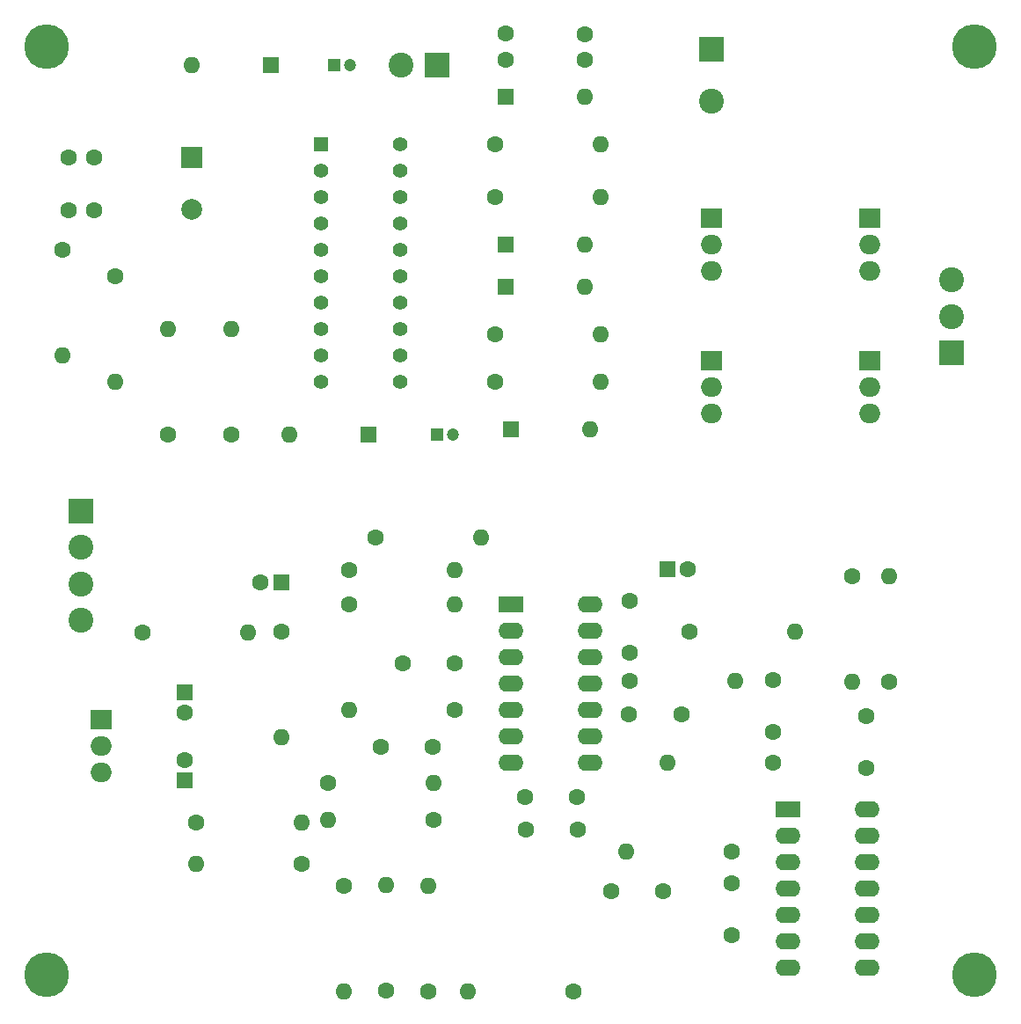
<source format=gbs>
G04 #@! TF.GenerationSoftware,KiCad,Pcbnew,(5.1.10-1-10_14)*
G04 #@! TF.CreationDate,2021-09-13T20:56:39+12:00*
G04 #@! TF.ProjectId,joint_pcb,6a6f696e-745f-4706-9362-2e6b69636164,rev?*
G04 #@! TF.SameCoordinates,Original*
G04 #@! TF.FileFunction,Soldermask,Bot*
G04 #@! TF.FilePolarity,Negative*
%FSLAX46Y46*%
G04 Gerber Fmt 4.6, Leading zero omitted, Abs format (unit mm)*
G04 Created by KiCad (PCBNEW (5.1.10-1-10_14)) date 2021-09-13 20:56:39*
%MOMM*%
%LPD*%
G01*
G04 APERTURE LIST*
%ADD10C,1.600000*%
%ADD11R,1.600000X1.600000*%
%ADD12R,2.400000X1.600000*%
%ADD13O,2.400000X1.600000*%
%ADD14R,2.000000X1.905000*%
%ADD15O,2.000000X1.905000*%
%ADD16O,1.600000X1.600000*%
%ADD17C,4.300000*%
%ADD18C,2.400000*%
%ADD19R,2.400000X2.400000*%
%ADD20C,1.200000*%
%ADD21R,1.200000X1.200000*%
%ADD22C,2.000000*%
%ADD23R,2.000000X2.000000*%
%ADD24C,1.422400*%
%ADD25R,1.422400X1.422400*%
G04 APERTURE END LIST*
D10*
X89839800Y-117678200D03*
X94839800Y-117678200D03*
X103759000Y-125653800D03*
X108759000Y-125653800D03*
X127584200Y-116205000D03*
X127584200Y-111205000D03*
D11*
X80264000Y-101854000D03*
D10*
X78264000Y-101854000D03*
X119398800Y-100533200D03*
D11*
X117398800Y-100533200D03*
X70942200Y-112395000D03*
D10*
X70942200Y-114395000D03*
X70942200Y-118929400D03*
D11*
X70942200Y-120929400D03*
D10*
X136550400Y-119731800D03*
X136550400Y-114731800D03*
D12*
X129006600Y-123723400D03*
D13*
X136626600Y-138963400D03*
X129006600Y-126263400D03*
X136626600Y-136423400D03*
X129006600Y-128803400D03*
X136626600Y-133883400D03*
X129006600Y-131343400D03*
X136626600Y-131343400D03*
X129006600Y-133883400D03*
X136626600Y-128803400D03*
X129006600Y-136423400D03*
X136626600Y-126263400D03*
X129006600Y-138963400D03*
X136626600Y-123723400D03*
X110007400Y-103962200D03*
X102387400Y-119202200D03*
X110007400Y-106502200D03*
X102387400Y-116662200D03*
X110007400Y-109042200D03*
X102387400Y-114122200D03*
X110007400Y-111582200D03*
X102387400Y-111582200D03*
X110007400Y-114122200D03*
X102387400Y-109042200D03*
X110007400Y-116662200D03*
X102387400Y-106502200D03*
X110007400Y-119202200D03*
D12*
X102387400Y-103962200D03*
D14*
X62865000Y-115036600D03*
D15*
X62865000Y-117576600D03*
X62865000Y-120116600D03*
D16*
X129717800Y-106553000D03*
D10*
X119557800Y-106553000D03*
D16*
X99441000Y-97510600D03*
D10*
X89281000Y-97510600D03*
D16*
X96951800Y-100660200D03*
D10*
X86791800Y-100660200D03*
X86741000Y-103962200D03*
D16*
X96901000Y-103962200D03*
D10*
X113817400Y-111328200D03*
D16*
X123977400Y-111328200D03*
D10*
X103737400Y-122504200D03*
X108737400Y-122504200D03*
X113745000Y-114528600D03*
X118745000Y-114528600D03*
X113817400Y-103657400D03*
X113817400Y-108657400D03*
X123596400Y-135788400D03*
X123596400Y-130788400D03*
D16*
X77063600Y-106629200D03*
D10*
X66903600Y-106629200D03*
X96901000Y-114122200D03*
D16*
X86741000Y-114122200D03*
D10*
X80238600Y-106553000D03*
D16*
X80238600Y-116713000D03*
X138734800Y-101269800D03*
D10*
X138734800Y-111429800D03*
D16*
X94869000Y-121132600D03*
D10*
X84709000Y-121132600D03*
X94869000Y-124663200D03*
D16*
X84709000Y-124663200D03*
D10*
X127584200Y-119202200D03*
D16*
X117424200Y-119202200D03*
X135229600Y-111429800D03*
D10*
X135229600Y-101269800D03*
X123596400Y-127762000D03*
D16*
X113436400Y-127762000D03*
D10*
X94411800Y-141198600D03*
D16*
X94411800Y-131038600D03*
X98196400Y-141198600D03*
D10*
X108356400Y-141198600D03*
D16*
X86233000Y-141173200D03*
D10*
X86233000Y-131013200D03*
X90347800Y-141147800D03*
D16*
X90347800Y-130987800D03*
X82228001Y-124994401D03*
D10*
X72068001Y-124994401D03*
X82219800Y-128955800D03*
D16*
X72059800Y-128955800D03*
D10*
X96951800Y-109601000D03*
X91951800Y-109601000D03*
X117014000Y-131521200D03*
X112014000Y-131521200D03*
D17*
X146964400Y-50241200D03*
D18*
X60934600Y-105496000D03*
X60934600Y-101996000D03*
X60934600Y-98496000D03*
D19*
X60934600Y-94996000D03*
D17*
X57658000Y-50241200D03*
X57658000Y-139598400D03*
X146964400Y-139598400D03*
D18*
X91750000Y-52070000D03*
D19*
X95250000Y-52070000D03*
D18*
X144780000Y-72756000D03*
X144780000Y-76256000D03*
D19*
X144780000Y-79756000D03*
D16*
X110998000Y-82550000D03*
D10*
X100838000Y-82550000D03*
D16*
X110998000Y-77978000D03*
D10*
X100838000Y-77978000D03*
D16*
X110998000Y-64770000D03*
D10*
X100838000Y-64770000D03*
D16*
X110998000Y-59690000D03*
D10*
X100838000Y-59690000D03*
D16*
X69342000Y-77470000D03*
D10*
X69342000Y-87630000D03*
D16*
X75438000Y-77470000D03*
D10*
X75438000Y-87630000D03*
D16*
X64262000Y-82550000D03*
D10*
X64262000Y-72390000D03*
D16*
X59182000Y-80010000D03*
D10*
X59182000Y-69850000D03*
D15*
X136906000Y-85598000D03*
X136906000Y-83058000D03*
D14*
X136906000Y-80518000D03*
D15*
X136906000Y-71882000D03*
X136906000Y-69342000D03*
D14*
X136906000Y-66802000D03*
D15*
X121666000Y-85598000D03*
X121666000Y-83058000D03*
D14*
X121666000Y-80518000D03*
D15*
X121666000Y-71882000D03*
X121666000Y-69342000D03*
D14*
X121666000Y-66802000D03*
D16*
X109982000Y-87122000D03*
D11*
X102362000Y-87122000D03*
D16*
X109474000Y-73406000D03*
D11*
X101854000Y-73406000D03*
D16*
X109474000Y-69342000D03*
D11*
X101854000Y-69342000D03*
D16*
X109474000Y-55118000D03*
D11*
X101854000Y-55118000D03*
D16*
X71628000Y-52070000D03*
D11*
X79248000Y-52070000D03*
D16*
X81026000Y-87630000D03*
D11*
X88646000Y-87630000D03*
D10*
X109474000Y-49062000D03*
X109474000Y-51562000D03*
X101854000Y-49022000D03*
X101854000Y-51522000D03*
D18*
X121666000Y-55546000D03*
D19*
X121666000Y-50546000D03*
D20*
X86868000Y-52070000D03*
D21*
X85368000Y-52070000D03*
D20*
X96750000Y-87630000D03*
D21*
X95250000Y-87630000D03*
D22*
X71628000Y-65960000D03*
D23*
X71628000Y-60960000D03*
D10*
X59730000Y-60960000D03*
X62230000Y-60960000D03*
X59730000Y-66040000D03*
X62230000Y-66040000D03*
D24*
X91694000Y-59690000D03*
X91694000Y-62230000D03*
X91694000Y-64770000D03*
X91694000Y-67310000D03*
X91694000Y-69850000D03*
X91694000Y-72390000D03*
X91694000Y-74930000D03*
X91694000Y-77470000D03*
X91694000Y-80010000D03*
X91694000Y-82550000D03*
X84074000Y-82550000D03*
X84074000Y-80010000D03*
X84074000Y-77470000D03*
X84074000Y-74930000D03*
X84074000Y-72390000D03*
X84074000Y-69850000D03*
X84074000Y-67310000D03*
X84074000Y-64770000D03*
X84074000Y-62230000D03*
D25*
X84074000Y-59690000D03*
M02*

</source>
